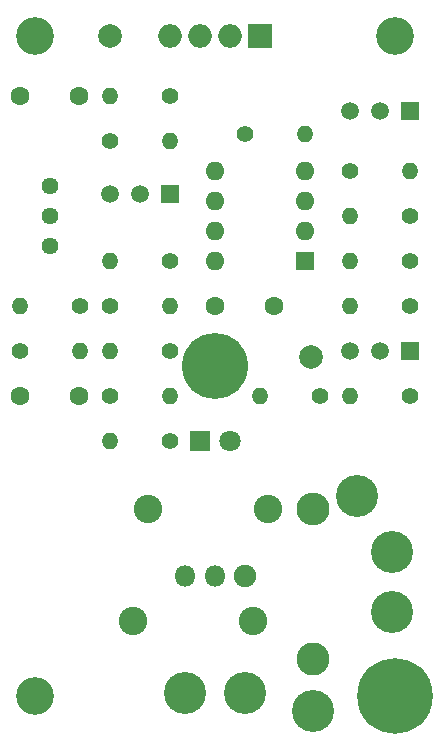
<source format=gbr>
G04 #@! TF.FileFunction,Soldermask,Top*
%FSLAX46Y46*%
G04 Gerber Fmt 4.6, Leading zero omitted, Abs format (unit mm)*
G04 Created by KiCad (PCBNEW 4.0.6-e0-6349~53~ubuntu16.04.1) date Wed May 31 11:55:21 2017*
%MOMM*%
%LPD*%
G01*
G04 APERTURE LIST*
%ADD10C,0.100000*%
%ADD11C,3.556000*%
%ADD12C,2.413000*%
%ADD13O,2.413000X2.413000*%
%ADD14C,5.588000*%
%ADD15O,1.800000X1.800000*%
%ADD16C,1.905000*%
%ADD17C,1.600000*%
%ADD18R,1.800000X1.800000*%
%ADD19C,1.800000*%
%ADD20O,1.998980X1.998980*%
%ADD21R,1.998980X1.998980*%
%ADD22C,1.400000*%
%ADD23O,1.400000X1.400000*%
%ADD24C,1.440000*%
%ADD25C,1.998980*%
%ADD26C,2.794000*%
%ADD27O,2.794000X2.794000*%
%ADD28C,1.520000*%
%ADD29R,1.520000X1.520000*%
%ADD30C,6.400000*%
%ADD31C,3.200000*%
%ADD32R,1.600000X1.600000*%
%ADD33O,1.600000X1.600000*%
G04 APERTURE END LIST*
D10*
D11*
X34036000Y-47498000D03*
X34036000Y-52578000D03*
D12*
X22225000Y-53340000D03*
D13*
X12065000Y-53340000D03*
D12*
X13335000Y-43815000D03*
D13*
X23495000Y-43815000D03*
D11*
X27305000Y-60960000D03*
X21590000Y-59436000D03*
X16510000Y-59436000D03*
D14*
X19050000Y-31750000D03*
D15*
X16510000Y-49530000D03*
X19050000Y-49530000D03*
D16*
X21590000Y-49530000D03*
D17*
X19050000Y-26670000D03*
X24050000Y-26670000D03*
X2540000Y-8890000D03*
X7540000Y-8890000D03*
X2540000Y-34290000D03*
X7540000Y-34290000D03*
D18*
X17780000Y-38100000D03*
D19*
X20320000Y-38100000D03*
D20*
X15240000Y-3810000D03*
D21*
X22860000Y-3810000D03*
D20*
X20320000Y-3810000D03*
X17780000Y-3810000D03*
D22*
X10160000Y-12700000D03*
D23*
X15240000Y-12700000D03*
D22*
X15240000Y-8890000D03*
D23*
X10160000Y-8890000D03*
D22*
X15240000Y-22860000D03*
D23*
X10160000Y-22860000D03*
D22*
X7620000Y-26670000D03*
D23*
X2540000Y-26670000D03*
D22*
X2540000Y-30480000D03*
D23*
X7620000Y-30480000D03*
D22*
X27940000Y-34290000D03*
D23*
X22860000Y-34290000D03*
D22*
X35560000Y-19050000D03*
D23*
X30480000Y-19050000D03*
D22*
X30480000Y-15240000D03*
D23*
X35560000Y-15240000D03*
D22*
X35560000Y-26670000D03*
D23*
X30480000Y-26670000D03*
D22*
X10160000Y-26670000D03*
D23*
X15240000Y-26670000D03*
D22*
X15240000Y-30480000D03*
D23*
X10160000Y-30480000D03*
D22*
X15240000Y-38100000D03*
D23*
X10160000Y-38100000D03*
D22*
X10160000Y-34290000D03*
D23*
X15240000Y-34290000D03*
D24*
X5080000Y-16510000D03*
X5080000Y-19050000D03*
X5080000Y-21590000D03*
D25*
X10160000Y-3810000D03*
D22*
X21590000Y-12065000D03*
D23*
X26670000Y-12065000D03*
D22*
X35560000Y-34290000D03*
D23*
X30480000Y-34290000D03*
D22*
X35560000Y-22860000D03*
D23*
X30480000Y-22860000D03*
D26*
X27305000Y-56515000D03*
D27*
X27305000Y-43815000D03*
D11*
X31050000Y-42750000D03*
D28*
X33020000Y-10160000D03*
X30480000Y-10160000D03*
D29*
X35560000Y-10160000D03*
D28*
X33020000Y-30480000D03*
X30480000Y-30480000D03*
D29*
X35560000Y-30480000D03*
D28*
X12700000Y-17145000D03*
X10160000Y-17145000D03*
D29*
X15240000Y-17145000D03*
D30*
X34290000Y-59690000D03*
D31*
X3810000Y-59690000D03*
X3810000Y-3810000D03*
X34290000Y-3810000D03*
D32*
X26670000Y-22860000D03*
D33*
X19050000Y-15240000D03*
X26670000Y-20320000D03*
X19050000Y-17780000D03*
X26670000Y-17780000D03*
X19050000Y-20320000D03*
X26670000Y-15240000D03*
X19050000Y-22860000D03*
D25*
X27178000Y-30988000D03*
M02*

</source>
